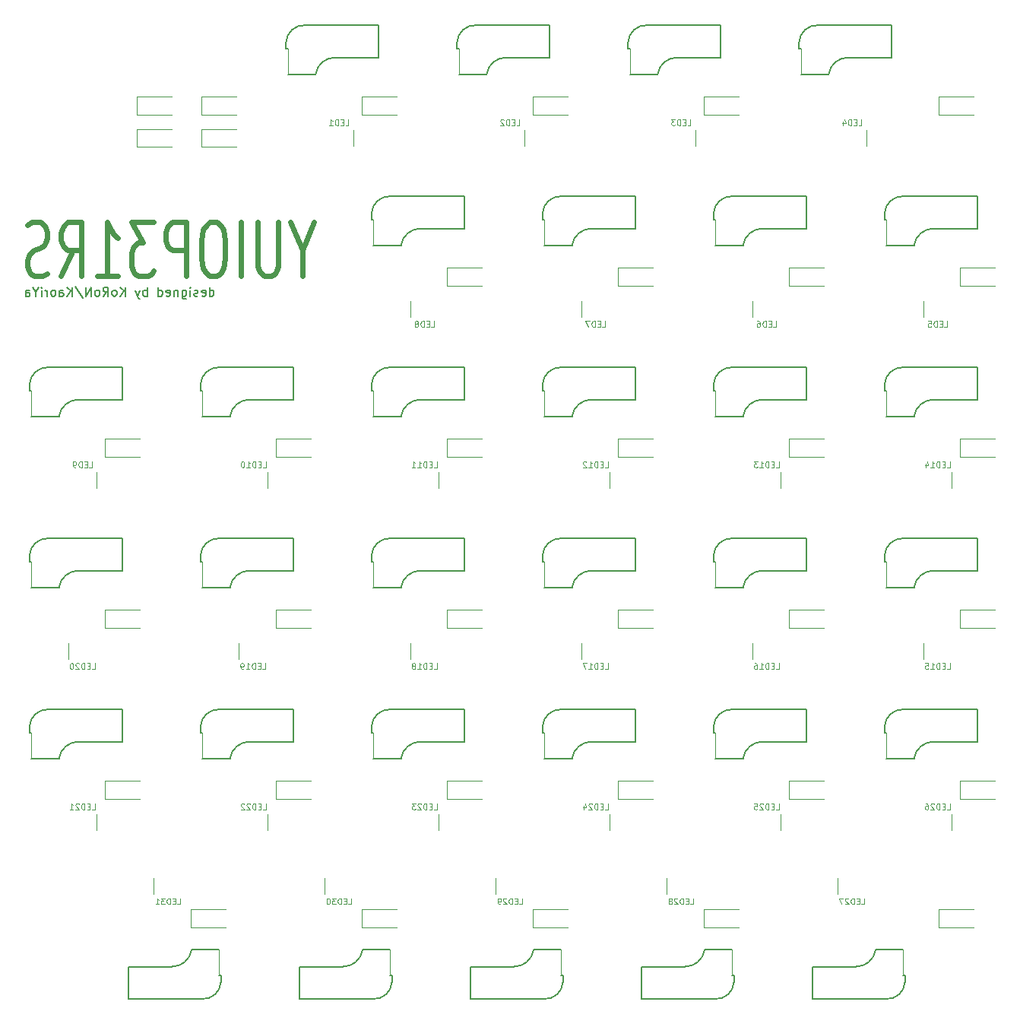
<source format=gbr>
%TF.GenerationSoftware,KiCad,Pcbnew,(5.1.9)-1*%
%TF.CreationDate,2021-05-21T21:09:54+09:00*%
%TF.ProjectId,yuiop31rs,7975696f-7033-4317-9273-2e6b69636164,1*%
%TF.SameCoordinates,Original*%
%TF.FileFunction,Legend,Bot*%
%TF.FilePolarity,Positive*%
%FSLAX46Y46*%
G04 Gerber Fmt 4.6, Leading zero omitted, Abs format (unit mm)*
G04 Created by KiCad (PCBNEW (5.1.9)-1) date 2021-05-21 21:09:54*
%MOMM*%
%LPD*%
G01*
G04 APERTURE LIST*
%ADD10C,0.150000*%
%ADD11C,0.600000*%
%ADD12C,0.120000*%
%ADD13C,0.100000*%
G04 APERTURE END LIST*
D10*
X116523809Y-75952380D02*
X116523809Y-74952380D01*
X116523809Y-75904761D02*
X116619047Y-75952380D01*
X116809523Y-75952380D01*
X116904761Y-75904761D01*
X116952380Y-75857142D01*
X117000000Y-75761904D01*
X117000000Y-75476190D01*
X116952380Y-75380952D01*
X116904761Y-75333333D01*
X116809523Y-75285714D01*
X116619047Y-75285714D01*
X116523809Y-75333333D01*
X115666666Y-75904761D02*
X115761904Y-75952380D01*
X115952380Y-75952380D01*
X116047619Y-75904761D01*
X116095238Y-75809523D01*
X116095238Y-75428571D01*
X116047619Y-75333333D01*
X115952380Y-75285714D01*
X115761904Y-75285714D01*
X115666666Y-75333333D01*
X115619047Y-75428571D01*
X115619047Y-75523809D01*
X116095238Y-75619047D01*
X115238095Y-75904761D02*
X115142857Y-75952380D01*
X114952380Y-75952380D01*
X114857142Y-75904761D01*
X114809523Y-75809523D01*
X114809523Y-75761904D01*
X114857142Y-75666666D01*
X114952380Y-75619047D01*
X115095238Y-75619047D01*
X115190476Y-75571428D01*
X115238095Y-75476190D01*
X115238095Y-75428571D01*
X115190476Y-75333333D01*
X115095238Y-75285714D01*
X114952380Y-75285714D01*
X114857142Y-75333333D01*
X114380952Y-75952380D02*
X114380952Y-75285714D01*
X114380952Y-74952380D02*
X114428571Y-75000000D01*
X114380952Y-75047619D01*
X114333333Y-75000000D01*
X114380952Y-74952380D01*
X114380952Y-75047619D01*
X113476190Y-75285714D02*
X113476190Y-76095238D01*
X113523809Y-76190476D01*
X113571428Y-76238095D01*
X113666666Y-76285714D01*
X113809523Y-76285714D01*
X113904761Y-76238095D01*
X113476190Y-75904761D02*
X113571428Y-75952380D01*
X113761904Y-75952380D01*
X113857142Y-75904761D01*
X113904761Y-75857142D01*
X113952380Y-75761904D01*
X113952380Y-75476190D01*
X113904761Y-75380952D01*
X113857142Y-75333333D01*
X113761904Y-75285714D01*
X113571428Y-75285714D01*
X113476190Y-75333333D01*
X113000000Y-75285714D02*
X113000000Y-75952380D01*
X113000000Y-75380952D02*
X112952380Y-75333333D01*
X112857142Y-75285714D01*
X112714285Y-75285714D01*
X112619047Y-75333333D01*
X112571428Y-75428571D01*
X112571428Y-75952380D01*
X111714285Y-75904761D02*
X111809523Y-75952380D01*
X112000000Y-75952380D01*
X112095238Y-75904761D01*
X112142857Y-75809523D01*
X112142857Y-75428571D01*
X112095238Y-75333333D01*
X112000000Y-75285714D01*
X111809523Y-75285714D01*
X111714285Y-75333333D01*
X111666666Y-75428571D01*
X111666666Y-75523809D01*
X112142857Y-75619047D01*
X110809523Y-75952380D02*
X110809523Y-74952380D01*
X110809523Y-75904761D02*
X110904761Y-75952380D01*
X111095238Y-75952380D01*
X111190476Y-75904761D01*
X111238095Y-75857142D01*
X111285714Y-75761904D01*
X111285714Y-75476190D01*
X111238095Y-75380952D01*
X111190476Y-75333333D01*
X111095238Y-75285714D01*
X110904761Y-75285714D01*
X110809523Y-75333333D01*
X109571428Y-75952380D02*
X109571428Y-74952380D01*
X109571428Y-75333333D02*
X109476190Y-75285714D01*
X109285714Y-75285714D01*
X109190476Y-75333333D01*
X109142857Y-75380952D01*
X109095238Y-75476190D01*
X109095238Y-75761904D01*
X109142857Y-75857142D01*
X109190476Y-75904761D01*
X109285714Y-75952380D01*
X109476190Y-75952380D01*
X109571428Y-75904761D01*
X108761904Y-75285714D02*
X108523809Y-75952380D01*
X108285714Y-75285714D02*
X108523809Y-75952380D01*
X108619047Y-76190476D01*
X108666666Y-76238095D01*
X108761904Y-76285714D01*
X107142857Y-75952380D02*
X107142857Y-74952380D01*
X106571428Y-75952380D02*
X107000000Y-75380952D01*
X106571428Y-74952380D02*
X107142857Y-75523809D01*
X106000000Y-75952380D02*
X106095238Y-75904761D01*
X106142857Y-75857142D01*
X106190476Y-75761904D01*
X106190476Y-75476190D01*
X106142857Y-75380952D01*
X106095238Y-75333333D01*
X106000000Y-75285714D01*
X105857142Y-75285714D01*
X105761904Y-75333333D01*
X105714285Y-75380952D01*
X105666666Y-75476190D01*
X105666666Y-75761904D01*
X105714285Y-75857142D01*
X105761904Y-75904761D01*
X105857142Y-75952380D01*
X106000000Y-75952380D01*
X104666666Y-75952380D02*
X105000000Y-75476190D01*
X105238095Y-75952380D02*
X105238095Y-74952380D01*
X104857142Y-74952380D01*
X104761904Y-75000000D01*
X104714285Y-75047619D01*
X104666666Y-75142857D01*
X104666666Y-75285714D01*
X104714285Y-75380952D01*
X104761904Y-75428571D01*
X104857142Y-75476190D01*
X105238095Y-75476190D01*
X104095238Y-75952380D02*
X104190476Y-75904761D01*
X104238095Y-75857142D01*
X104285714Y-75761904D01*
X104285714Y-75476190D01*
X104238095Y-75380952D01*
X104190476Y-75333333D01*
X104095238Y-75285714D01*
X103952380Y-75285714D01*
X103857142Y-75333333D01*
X103809523Y-75380952D01*
X103761904Y-75476190D01*
X103761904Y-75761904D01*
X103809523Y-75857142D01*
X103857142Y-75904761D01*
X103952380Y-75952380D01*
X104095238Y-75952380D01*
X103333333Y-75952380D02*
X103333333Y-74952380D01*
X102761904Y-75952380D01*
X102761904Y-74952380D01*
X101571428Y-74904761D02*
X102428571Y-76190476D01*
X101238095Y-75952380D02*
X101238095Y-74952380D01*
X100666666Y-75952380D02*
X101095238Y-75380952D01*
X100666666Y-74952380D02*
X101238095Y-75523809D01*
X99809523Y-75952380D02*
X99809523Y-75428571D01*
X99857142Y-75333333D01*
X99952380Y-75285714D01*
X100142857Y-75285714D01*
X100238095Y-75333333D01*
X99809523Y-75904761D02*
X99904761Y-75952380D01*
X100142857Y-75952380D01*
X100238095Y-75904761D01*
X100285714Y-75809523D01*
X100285714Y-75714285D01*
X100238095Y-75619047D01*
X100142857Y-75571428D01*
X99904761Y-75571428D01*
X99809523Y-75523809D01*
X99190476Y-75952380D02*
X99285714Y-75904761D01*
X99333333Y-75857142D01*
X99380952Y-75761904D01*
X99380952Y-75476190D01*
X99333333Y-75380952D01*
X99285714Y-75333333D01*
X99190476Y-75285714D01*
X99047619Y-75285714D01*
X98952380Y-75333333D01*
X98904761Y-75380952D01*
X98857142Y-75476190D01*
X98857142Y-75761904D01*
X98904761Y-75857142D01*
X98952380Y-75904761D01*
X99047619Y-75952380D01*
X99190476Y-75952380D01*
X98428571Y-75952380D02*
X98428571Y-75285714D01*
X98428571Y-75476190D02*
X98380952Y-75380952D01*
X98333333Y-75333333D01*
X98238095Y-75285714D01*
X98142857Y-75285714D01*
X97809523Y-75952380D02*
X97809523Y-75285714D01*
X97809523Y-74952380D02*
X97857142Y-75000000D01*
X97809523Y-75047619D01*
X97761904Y-75000000D01*
X97809523Y-74952380D01*
X97809523Y-75047619D01*
X97142857Y-75476190D02*
X97142857Y-75952380D01*
X97476190Y-74952380D02*
X97142857Y-75476190D01*
X96809523Y-74952380D01*
X96047619Y-75952380D02*
X96047619Y-75428571D01*
X96095238Y-75333333D01*
X96190476Y-75285714D01*
X96380952Y-75285714D01*
X96476190Y-75333333D01*
X96047619Y-75904761D02*
X96142857Y-75952380D01*
X96380952Y-75952380D01*
X96476190Y-75904761D01*
X96523809Y-75809523D01*
X96523809Y-75714285D01*
X96476190Y-75619047D01*
X96380952Y-75571428D01*
X96142857Y-75571428D01*
X96047619Y-75523809D01*
D11*
X126857142Y-70857142D02*
X126857142Y-73714285D01*
X128190476Y-67714285D02*
X126857142Y-70857142D01*
X125523809Y-67714285D01*
X124190476Y-67714285D02*
X124190476Y-72571428D01*
X124000000Y-73142857D01*
X123809523Y-73428571D01*
X123428571Y-73714285D01*
X122666666Y-73714285D01*
X122285714Y-73428571D01*
X122095238Y-73142857D01*
X121904761Y-72571428D01*
X121904761Y-67714285D01*
X120000000Y-73714285D02*
X120000000Y-67714285D01*
X117333333Y-67714285D02*
X116571428Y-67714285D01*
X116190476Y-68000000D01*
X115809523Y-68571428D01*
X115619047Y-69714285D01*
X115619047Y-71714285D01*
X115809523Y-72857142D01*
X116190476Y-73428571D01*
X116571428Y-73714285D01*
X117333333Y-73714285D01*
X117714285Y-73428571D01*
X118095238Y-72857142D01*
X118285714Y-71714285D01*
X118285714Y-69714285D01*
X118095238Y-68571428D01*
X117714285Y-68000000D01*
X117333333Y-67714285D01*
X113904761Y-73714285D02*
X113904761Y-67714285D01*
X112380952Y-67714285D01*
X112000000Y-68000000D01*
X111809523Y-68285714D01*
X111619047Y-68857142D01*
X111619047Y-69714285D01*
X111809523Y-70285714D01*
X112000000Y-70571428D01*
X112380952Y-70857142D01*
X113904761Y-70857142D01*
X110285714Y-67714285D02*
X107809523Y-67714285D01*
X109142857Y-70000000D01*
X108571428Y-70000000D01*
X108190476Y-70285714D01*
X108000000Y-70571428D01*
X107809523Y-71142857D01*
X107809523Y-72571428D01*
X108000000Y-73142857D01*
X108190476Y-73428571D01*
X108571428Y-73714285D01*
X109714285Y-73714285D01*
X110095238Y-73428571D01*
X110285714Y-73142857D01*
X104000000Y-73714285D02*
X106285714Y-73714285D01*
X105142857Y-73714285D02*
X105142857Y-67714285D01*
X105523809Y-68571428D01*
X105904761Y-69142857D01*
X106285714Y-69428571D01*
X100000000Y-73714285D02*
X101333333Y-70857142D01*
X102285714Y-73714285D02*
X102285714Y-67714285D01*
X100761904Y-67714285D01*
X100380952Y-68000000D01*
X100190476Y-68285714D01*
X100000000Y-68857142D01*
X100000000Y-69714285D01*
X100190476Y-70285714D01*
X100380952Y-70571428D01*
X100761904Y-70857142D01*
X102285714Y-70857142D01*
X98476190Y-73428571D02*
X97904761Y-73714285D01*
X96952380Y-73714285D01*
X96571428Y-73428571D01*
X96380952Y-73142857D01*
X96190476Y-72571428D01*
X96190476Y-72000000D01*
X96380952Y-71428571D01*
X96571428Y-71142857D01*
X96952380Y-70857142D01*
X97714285Y-70571428D01*
X98095238Y-70285714D01*
X98285714Y-70000000D01*
X98476190Y-69428571D01*
X98476190Y-68857142D01*
X98285714Y-68285714D01*
X98095238Y-68000000D01*
X97714285Y-67714285D01*
X96761904Y-67714285D01*
X96190476Y-68000000D01*
D12*
%TO.C,LED9*%
X103975000Y-97328100D02*
X103975000Y-95528100D01*
%TO.C,LED31*%
X110300000Y-140772000D02*
X110300000Y-142572000D01*
%TO.C,LED30*%
X129350000Y-140772000D02*
X129350000Y-142572000D01*
%TO.C,LED29*%
X148400000Y-140772000D02*
X148400000Y-142572000D01*
%TO.C,LED28*%
X167450000Y-140772000D02*
X167450000Y-142572000D01*
%TO.C,LED27*%
X186500000Y-140772000D02*
X186500000Y-142572000D01*
%TO.C,LED26*%
X199225000Y-135428000D02*
X199225000Y-133628000D01*
%TO.C,LED25*%
X180175000Y-135428000D02*
X180175000Y-133628000D01*
%TO.C,LED24*%
X161125000Y-135428000D02*
X161125000Y-133628000D01*
%TO.C,LED23*%
X142075000Y-135428000D02*
X142075000Y-133628000D01*
%TO.C,LED22*%
X123025000Y-135428000D02*
X123025000Y-133628000D01*
%TO.C,LED21*%
X103975000Y-135428000D02*
X103975000Y-133628000D01*
%TO.C,LED20*%
X100775000Y-114578000D02*
X100775000Y-116378000D01*
%TO.C,LED19*%
X119769000Y-114578000D02*
X119769000Y-116378000D01*
%TO.C,LED18*%
X138875000Y-114578000D02*
X138875000Y-116378000D01*
%TO.C,LED17*%
X157925000Y-114578000D02*
X157925000Y-116378000D01*
%TO.C,LED16*%
X176975000Y-114578000D02*
X176975000Y-116378000D01*
%TO.C,LED15*%
X196025000Y-114578000D02*
X196025000Y-116378000D01*
%TO.C,LED14*%
X199225000Y-97328100D02*
X199225000Y-95528100D01*
%TO.C,LED13*%
X180175000Y-97328100D02*
X180175000Y-95528100D01*
%TO.C,LED12*%
X161125000Y-97328100D02*
X161125000Y-95528100D01*
%TO.C,LED11*%
X142075000Y-97328100D02*
X142075000Y-95528100D01*
%TO.C,LED10*%
X123025000Y-97328100D02*
X123025000Y-95528100D01*
%TO.C,LED8*%
X138875000Y-76478000D02*
X138875000Y-78278000D01*
%TO.C,LED7*%
X157925000Y-76478000D02*
X157925000Y-78278000D01*
%TO.C,LED6*%
X176975000Y-76478000D02*
X176975000Y-78278000D01*
%TO.C,LED5*%
X196025000Y-76478000D02*
X196025000Y-78278000D01*
%TO.C,LED4*%
X189700000Y-59227900D02*
X189700000Y-57427900D01*
%TO.C,LED3*%
X170650000Y-59227900D02*
X170650000Y-57427900D01*
%TO.C,LED2*%
X151600000Y-59227900D02*
X151600000Y-57427900D01*
%TO.C,LED1*%
X132550000Y-59227900D02*
X132550000Y-57427900D01*
%TO.C,D35*%
X115603000Y-59327900D02*
X119503000Y-59327900D01*
X115603000Y-57327900D02*
X119503000Y-57327900D01*
X115603000Y-59327900D02*
X115603000Y-57327900D01*
%TO.C,D34*%
X115603000Y-55756100D02*
X119503000Y-55756100D01*
X115603000Y-53756100D02*
X119503000Y-53756100D01*
X115603000Y-55756100D02*
X115603000Y-53756100D01*
%TO.C,D33*%
X108459000Y-59327900D02*
X112359000Y-59327900D01*
X108459000Y-57327900D02*
X112359000Y-57327900D01*
X108459000Y-59327900D02*
X108459000Y-57327900D01*
%TO.C,D32*%
X108459000Y-55756100D02*
X112359000Y-55756100D01*
X108459000Y-53756100D02*
X112359000Y-53756100D01*
X108459000Y-55756100D02*
X108459000Y-53756100D01*
D10*
%TO.C,SW31*%
X194000000Y-151575000D02*
X193800000Y-151575000D01*
X183700000Y-150625000D02*
X183700000Y-154225000D01*
X194000000Y-152325000D02*
X194000000Y-151575000D01*
X183700000Y-154225000D02*
X191900001Y-154225000D01*
X193800000Y-148725000D02*
X190720000Y-148725000D01*
X188500000Y-150625000D02*
X183700000Y-150625000D01*
D12*
X193800000Y-151575000D02*
X193800000Y-148725000D01*
D10*
X190716318Y-148746471D02*
G75*
G02*
X188500000Y-150625000I-2151318J291471D01*
G01*
X194000000Y-152324999D02*
G75*
G02*
X191900001Y-154225000I-2000000J99999D01*
G01*
%TO.C,SW30*%
X174950000Y-151575000D02*
X174750000Y-151575000D01*
X164650000Y-150625000D02*
X164650000Y-154225000D01*
X174950000Y-152325000D02*
X174950000Y-151575000D01*
X164650000Y-154225000D02*
X172850001Y-154225000D01*
X174750000Y-148725000D02*
X171670000Y-148725000D01*
X169450000Y-150625000D02*
X164650000Y-150625000D01*
D12*
X174750000Y-151575000D02*
X174750000Y-148725000D01*
D10*
X171666318Y-148746471D02*
G75*
G02*
X169450000Y-150625000I-2151318J291471D01*
G01*
X174950000Y-152324999D02*
G75*
G02*
X172850001Y-154225000I-2000000J99999D01*
G01*
%TO.C,SW29*%
X155900000Y-151575000D02*
X155700000Y-151575000D01*
X145600000Y-150625000D02*
X145600000Y-154225000D01*
X155900000Y-152325000D02*
X155900000Y-151575000D01*
X145600000Y-154225000D02*
X153800001Y-154225000D01*
X155700000Y-148725000D02*
X152620000Y-148725000D01*
X150400000Y-150625000D02*
X145600000Y-150625000D01*
D12*
X155700000Y-151575000D02*
X155700000Y-148725000D01*
D10*
X152616318Y-148746471D02*
G75*
G02*
X150400000Y-150625000I-2151318J291471D01*
G01*
X155900000Y-152324999D02*
G75*
G02*
X153800001Y-154225000I-2000000J99999D01*
G01*
%TO.C,SW28*%
X136850000Y-151575000D02*
X136650000Y-151575000D01*
X126550000Y-150625000D02*
X126550000Y-154225000D01*
X136850000Y-152325000D02*
X136850000Y-151575000D01*
X126550000Y-154225000D02*
X134750001Y-154225000D01*
X136650000Y-148725000D02*
X133570000Y-148725000D01*
X131350000Y-150625000D02*
X126550000Y-150625000D01*
D12*
X136650000Y-151575000D02*
X136650000Y-148725000D01*
D10*
X133566318Y-148746471D02*
G75*
G02*
X131350000Y-150625000I-2151318J291471D01*
G01*
X136850000Y-152324999D02*
G75*
G02*
X134750001Y-154225000I-2000000J99999D01*
G01*
%TO.C,SW27*%
X117800000Y-151575000D02*
X117600000Y-151575000D01*
X107500000Y-150625000D02*
X107500000Y-154225000D01*
X117800000Y-152325000D02*
X117800000Y-151575000D01*
X107500000Y-154225000D02*
X115700001Y-154225000D01*
X117600000Y-148725000D02*
X114520000Y-148725000D01*
X112300000Y-150625000D02*
X107500000Y-150625000D01*
D12*
X117600000Y-151575000D02*
X117600000Y-148725000D01*
D10*
X114516318Y-148746471D02*
G75*
G02*
X112300000Y-150625000I-2151318J291471D01*
G01*
X117800000Y-152324999D02*
G75*
G02*
X115700001Y-154225000I-2000000J99999D01*
G01*
%TO.C,SW26*%
X191725000Y-124625000D02*
X191925000Y-124625000D01*
X202025000Y-125575000D02*
X202025000Y-121975000D01*
X191725000Y-123875000D02*
X191725000Y-124625000D01*
X202025000Y-121975000D02*
X193824999Y-121975000D01*
X191925000Y-127475000D02*
X195005000Y-127475000D01*
X197225000Y-125575000D02*
X202025000Y-125575000D01*
D12*
X191925000Y-124625000D02*
X191925000Y-127475000D01*
D10*
X195008682Y-127453529D02*
G75*
G02*
X197225000Y-125575000I2151318J-291471D01*
G01*
X191725000Y-123875001D02*
G75*
G02*
X193824999Y-121975000I2000000J-99999D01*
G01*
%TO.C,SW25*%
X172675000Y-124625000D02*
X172875000Y-124625000D01*
X182975000Y-125575000D02*
X182975000Y-121975000D01*
X172675000Y-123875000D02*
X172675000Y-124625000D01*
X182975000Y-121975000D02*
X174774999Y-121975000D01*
X172875000Y-127475000D02*
X175955000Y-127475000D01*
X178175000Y-125575000D02*
X182975000Y-125575000D01*
D12*
X172875000Y-124625000D02*
X172875000Y-127475000D01*
D10*
X175958682Y-127453529D02*
G75*
G02*
X178175000Y-125575000I2151318J-291471D01*
G01*
X172675000Y-123875001D02*
G75*
G02*
X174774999Y-121975000I2000000J-99999D01*
G01*
%TO.C,SW24*%
X153625000Y-124625000D02*
X153825000Y-124625000D01*
X163925000Y-125575000D02*
X163925000Y-121975000D01*
X153625000Y-123875000D02*
X153625000Y-124625000D01*
X163925000Y-121975000D02*
X155724999Y-121975000D01*
X153825000Y-127475000D02*
X156905000Y-127475000D01*
X159125000Y-125575000D02*
X163925000Y-125575000D01*
D12*
X153825000Y-124625000D02*
X153825000Y-127475000D01*
D10*
X156908682Y-127453529D02*
G75*
G02*
X159125000Y-125575000I2151318J-291471D01*
G01*
X153625000Y-123875001D02*
G75*
G02*
X155724999Y-121975000I2000000J-99999D01*
G01*
%TO.C,SW23*%
X134575000Y-124625000D02*
X134775000Y-124625000D01*
X144875000Y-125575000D02*
X144875000Y-121975000D01*
X134575000Y-123875000D02*
X134575000Y-124625000D01*
X144875000Y-121975000D02*
X136674999Y-121975000D01*
X134775000Y-127475000D02*
X137855000Y-127475000D01*
X140075000Y-125575000D02*
X144875000Y-125575000D01*
D12*
X134775000Y-124625000D02*
X134775000Y-127475000D01*
D10*
X137858682Y-127453529D02*
G75*
G02*
X140075000Y-125575000I2151318J-291471D01*
G01*
X134575000Y-123875001D02*
G75*
G02*
X136674999Y-121975000I2000000J-99999D01*
G01*
%TO.C,SW22*%
X115525000Y-124625000D02*
X115725000Y-124625000D01*
X125825000Y-125575000D02*
X125825000Y-121975000D01*
X115525000Y-123875000D02*
X115525000Y-124625000D01*
X125825000Y-121975000D02*
X117624999Y-121975000D01*
X115725000Y-127475000D02*
X118805000Y-127475000D01*
X121025000Y-125575000D02*
X125825000Y-125575000D01*
D12*
X115725000Y-124625000D02*
X115725000Y-127475000D01*
D10*
X118808682Y-127453529D02*
G75*
G02*
X121025000Y-125575000I2151318J-291471D01*
G01*
X115525000Y-123875001D02*
G75*
G02*
X117624999Y-121975000I2000000J-99999D01*
G01*
%TO.C,SW21*%
X96475000Y-124625000D02*
X96675000Y-124625000D01*
X106775000Y-125575000D02*
X106775000Y-121975000D01*
X96475000Y-123875000D02*
X96475000Y-124625000D01*
X106775000Y-121975000D02*
X98574999Y-121975000D01*
X96675000Y-127475000D02*
X99755000Y-127475000D01*
X101975000Y-125575000D02*
X106775000Y-125575000D01*
D12*
X96675000Y-124625000D02*
X96675000Y-127475000D01*
D10*
X99758682Y-127453529D02*
G75*
G02*
X101975000Y-125575000I2151318J-291471D01*
G01*
X96475000Y-123875001D02*
G75*
G02*
X98574999Y-121975000I2000000J-99999D01*
G01*
%TO.C,SW20*%
X191725000Y-105575000D02*
X191925000Y-105575000D01*
X202025000Y-106525000D02*
X202025000Y-102925000D01*
X191725000Y-104825000D02*
X191725000Y-105575000D01*
X202025000Y-102925000D02*
X193824999Y-102925000D01*
X191925000Y-108425000D02*
X195005000Y-108425000D01*
X197225000Y-106525000D02*
X202025000Y-106525000D01*
D12*
X191925000Y-105575000D02*
X191925000Y-108425000D01*
D10*
X195008682Y-108403529D02*
G75*
G02*
X197225000Y-106525000I2151318J-291471D01*
G01*
X191725000Y-104825001D02*
G75*
G02*
X193824999Y-102925000I2000000J-99999D01*
G01*
%TO.C,SW19*%
X172675000Y-105575000D02*
X172875000Y-105575000D01*
X182975000Y-106525000D02*
X182975000Y-102925000D01*
X172675000Y-104825000D02*
X172675000Y-105575000D01*
X182975000Y-102925000D02*
X174774999Y-102925000D01*
X172875000Y-108425000D02*
X175955000Y-108425000D01*
X178175000Y-106525000D02*
X182975000Y-106525000D01*
D12*
X172875000Y-105575000D02*
X172875000Y-108425000D01*
D10*
X175958682Y-108403529D02*
G75*
G02*
X178175000Y-106525000I2151318J-291471D01*
G01*
X172675000Y-104825001D02*
G75*
G02*
X174774999Y-102925000I2000000J-99999D01*
G01*
%TO.C,SW18*%
X153625000Y-105575000D02*
X153825000Y-105575000D01*
X163925000Y-106525000D02*
X163925000Y-102925000D01*
X153625000Y-104825000D02*
X153625000Y-105575000D01*
X163925000Y-102925000D02*
X155724999Y-102925000D01*
X153825000Y-108425000D02*
X156905000Y-108425000D01*
X159125000Y-106525000D02*
X163925000Y-106525000D01*
D12*
X153825000Y-105575000D02*
X153825000Y-108425000D01*
D10*
X156908682Y-108403529D02*
G75*
G02*
X159125000Y-106525000I2151318J-291471D01*
G01*
X153625000Y-104825001D02*
G75*
G02*
X155724999Y-102925000I2000000J-99999D01*
G01*
%TO.C,SW17*%
X134575000Y-105575000D02*
X134775000Y-105575000D01*
X144875000Y-106525000D02*
X144875000Y-102925000D01*
X134575000Y-104825000D02*
X134575000Y-105575000D01*
X144875000Y-102925000D02*
X136674999Y-102925000D01*
X134775000Y-108425000D02*
X137855000Y-108425000D01*
X140075000Y-106525000D02*
X144875000Y-106525000D01*
D12*
X134775000Y-105575000D02*
X134775000Y-108425000D01*
D10*
X137858682Y-108403529D02*
G75*
G02*
X140075000Y-106525000I2151318J-291471D01*
G01*
X134575000Y-104825001D02*
G75*
G02*
X136674999Y-102925000I2000000J-99999D01*
G01*
%TO.C,SW16*%
X115525000Y-105575000D02*
X115725000Y-105575000D01*
X125825000Y-106525000D02*
X125825000Y-102925000D01*
X115525000Y-104825000D02*
X115525000Y-105575000D01*
X125825000Y-102925000D02*
X117624999Y-102925000D01*
X115725000Y-108425000D02*
X118805000Y-108425000D01*
X121025000Y-106525000D02*
X125825000Y-106525000D01*
D12*
X115725000Y-105575000D02*
X115725000Y-108425000D01*
D10*
X118808682Y-108403529D02*
G75*
G02*
X121025000Y-106525000I2151318J-291471D01*
G01*
X115525000Y-104825001D02*
G75*
G02*
X117624999Y-102925000I2000000J-99999D01*
G01*
%TO.C,SW15*%
X96475000Y-105575000D02*
X96675000Y-105575000D01*
X106775000Y-106525000D02*
X106775000Y-102925000D01*
X96475000Y-104825000D02*
X96475000Y-105575000D01*
X106775000Y-102925000D02*
X98574999Y-102925000D01*
X96675000Y-108425000D02*
X99755000Y-108425000D01*
X101975000Y-106525000D02*
X106775000Y-106525000D01*
D12*
X96675000Y-105575000D02*
X96675000Y-108425000D01*
D10*
X99758682Y-108403529D02*
G75*
G02*
X101975000Y-106525000I2151318J-291471D01*
G01*
X96475000Y-104825001D02*
G75*
G02*
X98574999Y-102925000I2000000J-99999D01*
G01*
%TO.C,SW14*%
X191725000Y-86525000D02*
X191925000Y-86525000D01*
X202025000Y-87475000D02*
X202025000Y-83875000D01*
X191725000Y-85775000D02*
X191725000Y-86525000D01*
X202025000Y-83875000D02*
X193824999Y-83875000D01*
X191925000Y-89375000D02*
X195005000Y-89375000D01*
X197225000Y-87475000D02*
X202025000Y-87475000D01*
D12*
X191925000Y-86525000D02*
X191925000Y-89375000D01*
D10*
X195008682Y-89353529D02*
G75*
G02*
X197225000Y-87475000I2151318J-291471D01*
G01*
X191725000Y-85775001D02*
G75*
G02*
X193824999Y-83875000I2000000J-99999D01*
G01*
%TO.C,SW13*%
X172675000Y-86525000D02*
X172875000Y-86525000D01*
X182975000Y-87475000D02*
X182975000Y-83875000D01*
X172675000Y-85775000D02*
X172675000Y-86525000D01*
X182975000Y-83875000D02*
X174774999Y-83875000D01*
X172875000Y-89375000D02*
X175955000Y-89375000D01*
X178175000Y-87475000D02*
X182975000Y-87475000D01*
D12*
X172875000Y-86525000D02*
X172875000Y-89375000D01*
D10*
X175958682Y-89353529D02*
G75*
G02*
X178175000Y-87475000I2151318J-291471D01*
G01*
X172675000Y-85775001D02*
G75*
G02*
X174774999Y-83875000I2000000J-99999D01*
G01*
%TO.C,SW12*%
X153625000Y-86525000D02*
X153825000Y-86525000D01*
X163925000Y-87475000D02*
X163925000Y-83875000D01*
X153625000Y-85775000D02*
X153625000Y-86525000D01*
X163925000Y-83875000D02*
X155724999Y-83875000D01*
X153825000Y-89375000D02*
X156905000Y-89375000D01*
X159125000Y-87475000D02*
X163925000Y-87475000D01*
D12*
X153825000Y-86525000D02*
X153825000Y-89375000D01*
D10*
X156908682Y-89353529D02*
G75*
G02*
X159125000Y-87475000I2151318J-291471D01*
G01*
X153625000Y-85775001D02*
G75*
G02*
X155724999Y-83875000I2000000J-99999D01*
G01*
%TO.C,SW11*%
X134575000Y-86525000D02*
X134775000Y-86525000D01*
X144875000Y-87475000D02*
X144875000Y-83875000D01*
X134575000Y-85775000D02*
X134575000Y-86525000D01*
X144875000Y-83875000D02*
X136674999Y-83875000D01*
X134775000Y-89375000D02*
X137855000Y-89375000D01*
X140075000Y-87475000D02*
X144875000Y-87475000D01*
D12*
X134775000Y-86525000D02*
X134775000Y-89375000D01*
D10*
X137858682Y-89353529D02*
G75*
G02*
X140075000Y-87475000I2151318J-291471D01*
G01*
X134575000Y-85775001D02*
G75*
G02*
X136674999Y-83875000I2000000J-99999D01*
G01*
%TO.C,SW10*%
X115525000Y-86525000D02*
X115725000Y-86525000D01*
X125825000Y-87475000D02*
X125825000Y-83875000D01*
X115525000Y-85775000D02*
X115525000Y-86525000D01*
X125825000Y-83875000D02*
X117624999Y-83875000D01*
X115725000Y-89375000D02*
X118805000Y-89375000D01*
X121025000Y-87475000D02*
X125825000Y-87475000D01*
D12*
X115725000Y-86525000D02*
X115725000Y-89375000D01*
D10*
X118808682Y-89353529D02*
G75*
G02*
X121025000Y-87475000I2151318J-291471D01*
G01*
X115525000Y-85775001D02*
G75*
G02*
X117624999Y-83875000I2000000J-99999D01*
G01*
%TO.C,SW9*%
X96475000Y-86525000D02*
X96675000Y-86525000D01*
X106775000Y-87475000D02*
X106775000Y-83875000D01*
X96475000Y-85775000D02*
X96475000Y-86525000D01*
X106775000Y-83875000D02*
X98574999Y-83875000D01*
X96675000Y-89375000D02*
X99755000Y-89375000D01*
X101975000Y-87475000D02*
X106775000Y-87475000D01*
D12*
X96675000Y-86525000D02*
X96675000Y-89375000D01*
D10*
X99758682Y-89353529D02*
G75*
G02*
X101975000Y-87475000I2151318J-291471D01*
G01*
X96475000Y-85775001D02*
G75*
G02*
X98574999Y-83875000I2000000J-99999D01*
G01*
%TO.C,SW8*%
X191725000Y-67474900D02*
X191925000Y-67474900D01*
X202025000Y-68424900D02*
X202025000Y-64824900D01*
X191725000Y-66724900D02*
X191725000Y-67474900D01*
X202025000Y-64824900D02*
X193824999Y-64824900D01*
X191925000Y-70324900D02*
X195005000Y-70324900D01*
X197225000Y-68424900D02*
X202025000Y-68424900D01*
D12*
X191925000Y-67474900D02*
X191925000Y-70324900D01*
D10*
X195008682Y-70303429D02*
G75*
G02*
X197225000Y-68424900I2151318J-291471D01*
G01*
X191725000Y-66724901D02*
G75*
G02*
X193824999Y-64824900I2000000J-99999D01*
G01*
%TO.C,SW7*%
X172675000Y-67474900D02*
X172875000Y-67474900D01*
X182975000Y-68424900D02*
X182975000Y-64824900D01*
X172675000Y-66724900D02*
X172675000Y-67474900D01*
X182975000Y-64824900D02*
X174774999Y-64824900D01*
X172875000Y-70324900D02*
X175955000Y-70324900D01*
X178175000Y-68424900D02*
X182975000Y-68424900D01*
D12*
X172875000Y-67474900D02*
X172875000Y-70324900D01*
D10*
X175958682Y-70303429D02*
G75*
G02*
X178175000Y-68424900I2151318J-291471D01*
G01*
X172675000Y-66724901D02*
G75*
G02*
X174774999Y-64824900I2000000J-99999D01*
G01*
%TO.C,SW6*%
X153625000Y-67474900D02*
X153825000Y-67474900D01*
X163925000Y-68424900D02*
X163925000Y-64824900D01*
X153625000Y-66724900D02*
X153625000Y-67474900D01*
X163925000Y-64824900D02*
X155724999Y-64824900D01*
X153825000Y-70324900D02*
X156905000Y-70324900D01*
X159125000Y-68424900D02*
X163925000Y-68424900D01*
D12*
X153825000Y-67474900D02*
X153825000Y-70324900D01*
D10*
X156908682Y-70303429D02*
G75*
G02*
X159125000Y-68424900I2151318J-291471D01*
G01*
X153625000Y-66724901D02*
G75*
G02*
X155724999Y-64824900I2000000J-99999D01*
G01*
%TO.C,SW5*%
X134575000Y-67474900D02*
X134775000Y-67474900D01*
X144875000Y-68424900D02*
X144875000Y-64824900D01*
X134575000Y-66724900D02*
X134575000Y-67474900D01*
X144875000Y-64824900D02*
X136674999Y-64824900D01*
X134775000Y-70324900D02*
X137855000Y-70324900D01*
X140075000Y-68424900D02*
X144875000Y-68424900D01*
D12*
X134775000Y-67474900D02*
X134775000Y-70324900D01*
D10*
X137858682Y-70303429D02*
G75*
G02*
X140075000Y-68424900I2151318J-291471D01*
G01*
X134575000Y-66724901D02*
G75*
G02*
X136674999Y-64824900I2000000J-99999D01*
G01*
%TO.C,SW4*%
X182200000Y-48424800D02*
X182400000Y-48424800D01*
X192500000Y-49374800D02*
X192500000Y-45774800D01*
X182200000Y-47674800D02*
X182200000Y-48424800D01*
X192500000Y-45774800D02*
X184299999Y-45774800D01*
X182400000Y-51274800D02*
X185480000Y-51274800D01*
X187700000Y-49374800D02*
X192500000Y-49374800D01*
D12*
X182400000Y-48424800D02*
X182400000Y-51274800D01*
D10*
X185483682Y-51253329D02*
G75*
G02*
X187700000Y-49374800I2151318J-291471D01*
G01*
X182200000Y-47674801D02*
G75*
G02*
X184299999Y-45774800I2000000J-99999D01*
G01*
%TO.C,SW3*%
X163150000Y-48424800D02*
X163350000Y-48424800D01*
X173450000Y-49374800D02*
X173450000Y-45774800D01*
X163150000Y-47674800D02*
X163150000Y-48424800D01*
X173450000Y-45774800D02*
X165249999Y-45774800D01*
X163350000Y-51274800D02*
X166430000Y-51274800D01*
X168650000Y-49374800D02*
X173450000Y-49374800D01*
D12*
X163350000Y-48424800D02*
X163350000Y-51274800D01*
D10*
X166433682Y-51253329D02*
G75*
G02*
X168650000Y-49374800I2151318J-291471D01*
G01*
X163150000Y-47674801D02*
G75*
G02*
X165249999Y-45774800I2000000J-99999D01*
G01*
%TO.C,SW2*%
X144100000Y-48424800D02*
X144300000Y-48424800D01*
X154400000Y-49374800D02*
X154400000Y-45774800D01*
X144100000Y-47674800D02*
X144100000Y-48424800D01*
X154400000Y-45774800D02*
X146199999Y-45774800D01*
X144300000Y-51274800D02*
X147380000Y-51274800D01*
X149600000Y-49374800D02*
X154400000Y-49374800D01*
D12*
X144300000Y-48424800D02*
X144300000Y-51274800D01*
D10*
X147383682Y-51253329D02*
G75*
G02*
X149600000Y-49374800I2151318J-291471D01*
G01*
X144100000Y-47674801D02*
G75*
G02*
X146199999Y-45774800I2000000J-99999D01*
G01*
%TO.C,SW1*%
X125050000Y-48424800D02*
X125250000Y-48424800D01*
X135350000Y-49374800D02*
X135350000Y-45774800D01*
X125050000Y-47674800D02*
X125050000Y-48424800D01*
X135350000Y-45774800D02*
X127149999Y-45774800D01*
X125250000Y-51274800D02*
X128330000Y-51274800D01*
X130550000Y-49374800D02*
X135350000Y-49374800D01*
D12*
X125250000Y-48424800D02*
X125250000Y-51274800D01*
D10*
X128333682Y-51253329D02*
G75*
G02*
X130550000Y-49374800I2151318J-291471D01*
G01*
X125050000Y-47674801D02*
G75*
G02*
X127149999Y-45774800I2000000J-99999D01*
G01*
D12*
%TO.C,D31*%
X197756000Y-146244000D02*
X201656000Y-146244000D01*
X197756000Y-144244000D02*
X201656000Y-144244000D01*
X197756000Y-146244000D02*
X197756000Y-144244000D01*
%TO.C,D30*%
X171563000Y-146244000D02*
X175463000Y-146244000D01*
X171563000Y-144244000D02*
X175463000Y-144244000D01*
X171563000Y-146244000D02*
X171563000Y-144244000D01*
%TO.C,D29*%
X152513000Y-146244000D02*
X156413000Y-146244000D01*
X152513000Y-144244000D02*
X156413000Y-144244000D01*
X152513000Y-146244000D02*
X152513000Y-144244000D01*
%TO.C,D28*%
X133462000Y-146244000D02*
X137362000Y-146244000D01*
X133462000Y-144244000D02*
X137362000Y-144244000D01*
X133462000Y-146244000D02*
X133462000Y-144244000D01*
%TO.C,D27*%
X114412000Y-146244000D02*
X118312000Y-146244000D01*
X114412000Y-144244000D02*
X118312000Y-144244000D01*
X114412000Y-146244000D02*
X114412000Y-144244000D01*
%TO.C,D26*%
X200138000Y-131956000D02*
X204038000Y-131956000D01*
X200138000Y-129956000D02*
X204038000Y-129956000D01*
X200138000Y-131956000D02*
X200138000Y-129956000D01*
%TO.C,D25*%
X181088000Y-131956000D02*
X184988000Y-131956000D01*
X181088000Y-129956000D02*
X184988000Y-129956000D01*
X181088000Y-131956000D02*
X181088000Y-129956000D01*
%TO.C,D24*%
X162038000Y-131956000D02*
X165938000Y-131956000D01*
X162038000Y-129956000D02*
X165938000Y-129956000D01*
X162038000Y-131956000D02*
X162038000Y-129956000D01*
%TO.C,D23*%
X142987000Y-131956000D02*
X146887000Y-131956000D01*
X142987000Y-129956000D02*
X146887000Y-129956000D01*
X142987000Y-131956000D02*
X142987000Y-129956000D01*
%TO.C,D22*%
X123937000Y-131956000D02*
X127837000Y-131956000D01*
X123937000Y-129956000D02*
X127837000Y-129956000D01*
X123937000Y-131956000D02*
X123937000Y-129956000D01*
%TO.C,D21*%
X104887000Y-131956000D02*
X108787000Y-131956000D01*
X104887000Y-129956000D02*
X108787000Y-129956000D01*
X104887000Y-131956000D02*
X104887000Y-129956000D01*
%TO.C,D20*%
X200138000Y-112906000D02*
X204038000Y-112906000D01*
X200138000Y-110906000D02*
X204038000Y-110906000D01*
X200138000Y-112906000D02*
X200138000Y-110906000D01*
%TO.C,D19*%
X181088000Y-112906000D02*
X184988000Y-112906000D01*
X181088000Y-110906000D02*
X184988000Y-110906000D01*
X181088000Y-112906000D02*
X181088000Y-110906000D01*
%TO.C,D18*%
X162038000Y-112906000D02*
X165938000Y-112906000D01*
X162038000Y-110906000D02*
X165938000Y-110906000D01*
X162038000Y-112906000D02*
X162038000Y-110906000D01*
%TO.C,D17*%
X142987000Y-112906000D02*
X146887000Y-112906000D01*
X142987000Y-110906000D02*
X146887000Y-110906000D01*
X142987000Y-112906000D02*
X142987000Y-110906000D01*
%TO.C,D16*%
X123937000Y-112906000D02*
X127837000Y-112906000D01*
X123937000Y-110906000D02*
X127837000Y-110906000D01*
X123937000Y-112906000D02*
X123937000Y-110906000D01*
%TO.C,D15*%
X104887000Y-112906000D02*
X108787000Y-112906000D01*
X104887000Y-110906000D02*
X108787000Y-110906000D01*
X104887000Y-112906000D02*
X104887000Y-110906000D01*
%TO.C,D14*%
X200138000Y-93856200D02*
X204038000Y-93856200D01*
X200138000Y-91856200D02*
X204038000Y-91856200D01*
X200138000Y-93856200D02*
X200138000Y-91856200D01*
%TO.C,D13*%
X181088000Y-93856200D02*
X184988000Y-93856200D01*
X181088000Y-91856200D02*
X184988000Y-91856200D01*
X181088000Y-93856200D02*
X181088000Y-91856200D01*
%TO.C,D12*%
X162038000Y-93856200D02*
X165938000Y-93856200D01*
X162038000Y-91856200D02*
X165938000Y-91856200D01*
X162038000Y-93856200D02*
X162038000Y-91856200D01*
%TO.C,D11*%
X142987000Y-93856200D02*
X146887000Y-93856200D01*
X142987000Y-91856200D02*
X146887000Y-91856200D01*
X142987000Y-93856200D02*
X142987000Y-91856200D01*
%TO.C,D10*%
X123937000Y-93856200D02*
X127837000Y-93856200D01*
X123937000Y-91856200D02*
X127837000Y-91856200D01*
X123937000Y-93856200D02*
X123937000Y-91856200D01*
%TO.C,D9*%
X104887000Y-93856200D02*
X108787000Y-93856200D01*
X104887000Y-91856200D02*
X108787000Y-91856200D01*
X104887000Y-93856200D02*
X104887000Y-91856200D01*
%TO.C,D8*%
X200138000Y-74806100D02*
X204038000Y-74806100D01*
X200138000Y-72806100D02*
X204038000Y-72806100D01*
X200138000Y-74806100D02*
X200138000Y-72806100D01*
%TO.C,D7*%
X181088000Y-74806100D02*
X184988000Y-74806100D01*
X181088000Y-72806100D02*
X184988000Y-72806100D01*
X181088000Y-74806100D02*
X181088000Y-72806100D01*
%TO.C,D6*%
X162038000Y-74806100D02*
X165938000Y-74806100D01*
X162038000Y-72806100D02*
X165938000Y-72806100D01*
X162038000Y-74806100D02*
X162038000Y-72806100D01*
%TO.C,D5*%
X142987000Y-74806100D02*
X146887000Y-74806100D01*
X142987000Y-72806100D02*
X146887000Y-72806100D01*
X142987000Y-74806100D02*
X142987000Y-72806100D01*
%TO.C,D4*%
X197756000Y-55756100D02*
X201656000Y-55756100D01*
X197756000Y-53756100D02*
X201656000Y-53756100D01*
X197756000Y-55756100D02*
X197756000Y-53756100D01*
%TO.C,D3*%
X171563000Y-55756100D02*
X175463000Y-55756100D01*
X171563000Y-53756100D02*
X175463000Y-53756100D01*
X171563000Y-55756100D02*
X171563000Y-53756100D01*
%TO.C,D2*%
X152513000Y-55756100D02*
X156413000Y-55756100D01*
X152513000Y-53756100D02*
X156413000Y-53756100D01*
X152513000Y-55756100D02*
X152513000Y-53756100D01*
%TO.C,D1*%
X133462000Y-55756100D02*
X137362000Y-55756100D01*
X133462000Y-53756100D02*
X137362000Y-53756100D01*
X133462000Y-55756100D02*
X133462000Y-53756100D01*
%TO.C,LED9*%
D13*
X103113571Y-95026671D02*
X103427857Y-95026671D01*
X103427857Y-94366671D01*
X102893571Y-94680957D02*
X102673571Y-94680957D01*
X102579285Y-95026671D02*
X102893571Y-95026671D01*
X102893571Y-94366671D01*
X102579285Y-94366671D01*
X102296428Y-95026671D02*
X102296428Y-94366671D01*
X102139285Y-94366671D01*
X102045000Y-94398100D01*
X101982142Y-94460957D01*
X101950714Y-94523814D01*
X101919285Y-94649528D01*
X101919285Y-94743814D01*
X101950714Y-94869528D01*
X101982142Y-94932385D01*
X102045000Y-94995242D01*
X102139285Y-95026671D01*
X102296428Y-95026671D01*
X101605000Y-95026671D02*
X101479285Y-95026671D01*
X101416428Y-94995242D01*
X101385000Y-94963814D01*
X101322142Y-94869528D01*
X101290714Y-94743814D01*
X101290714Y-94492385D01*
X101322142Y-94429528D01*
X101353571Y-94398100D01*
X101416428Y-94366671D01*
X101542142Y-94366671D01*
X101605000Y-94398100D01*
X101636428Y-94429528D01*
X101667857Y-94492385D01*
X101667857Y-94649528D01*
X101636428Y-94712385D01*
X101605000Y-94743814D01*
X101542142Y-94775242D01*
X101416428Y-94775242D01*
X101353571Y-94743814D01*
X101322142Y-94712385D01*
X101290714Y-94649528D01*
%TO.C,LED31*%
X112952857Y-143670571D02*
X113267142Y-143670571D01*
X113267142Y-143010571D01*
X112732857Y-143324857D02*
X112512857Y-143324857D01*
X112418571Y-143670571D02*
X112732857Y-143670571D01*
X112732857Y-143010571D01*
X112418571Y-143010571D01*
X112135714Y-143670571D02*
X112135714Y-143010571D01*
X111978571Y-143010571D01*
X111884285Y-143042000D01*
X111821428Y-143104857D01*
X111790000Y-143167714D01*
X111758571Y-143293428D01*
X111758571Y-143387714D01*
X111790000Y-143513428D01*
X111821428Y-143576285D01*
X111884285Y-143639142D01*
X111978571Y-143670571D01*
X112135714Y-143670571D01*
X111538571Y-143010571D02*
X111130000Y-143010571D01*
X111350000Y-143262000D01*
X111255714Y-143262000D01*
X111192857Y-143293428D01*
X111161428Y-143324857D01*
X111130000Y-143387714D01*
X111130000Y-143544857D01*
X111161428Y-143607714D01*
X111192857Y-143639142D01*
X111255714Y-143670571D01*
X111444285Y-143670571D01*
X111507142Y-143639142D01*
X111538571Y-143607714D01*
X110501428Y-143670571D02*
X110878571Y-143670571D01*
X110690000Y-143670571D02*
X110690000Y-143010571D01*
X110752857Y-143104857D01*
X110815714Y-143167714D01*
X110878571Y-143199142D01*
%TO.C,LED30*%
X132002857Y-143670571D02*
X132317142Y-143670571D01*
X132317142Y-143010571D01*
X131782857Y-143324857D02*
X131562857Y-143324857D01*
X131468571Y-143670571D02*
X131782857Y-143670571D01*
X131782857Y-143010571D01*
X131468571Y-143010571D01*
X131185714Y-143670571D02*
X131185714Y-143010571D01*
X131028571Y-143010571D01*
X130934285Y-143042000D01*
X130871428Y-143104857D01*
X130840000Y-143167714D01*
X130808571Y-143293428D01*
X130808571Y-143387714D01*
X130840000Y-143513428D01*
X130871428Y-143576285D01*
X130934285Y-143639142D01*
X131028571Y-143670571D01*
X131185714Y-143670571D01*
X130588571Y-143010571D02*
X130180000Y-143010571D01*
X130400000Y-143262000D01*
X130305714Y-143262000D01*
X130242857Y-143293428D01*
X130211428Y-143324857D01*
X130180000Y-143387714D01*
X130180000Y-143544857D01*
X130211428Y-143607714D01*
X130242857Y-143639142D01*
X130305714Y-143670571D01*
X130494285Y-143670571D01*
X130557142Y-143639142D01*
X130588571Y-143607714D01*
X129771428Y-143010571D02*
X129708571Y-143010571D01*
X129645714Y-143042000D01*
X129614285Y-143073428D01*
X129582857Y-143136285D01*
X129551428Y-143262000D01*
X129551428Y-143419142D01*
X129582857Y-143544857D01*
X129614285Y-143607714D01*
X129645714Y-143639142D01*
X129708571Y-143670571D01*
X129771428Y-143670571D01*
X129834285Y-143639142D01*
X129865714Y-143607714D01*
X129897142Y-143544857D01*
X129928571Y-143419142D01*
X129928571Y-143262000D01*
X129897142Y-143136285D01*
X129865714Y-143073428D01*
X129834285Y-143042000D01*
X129771428Y-143010571D01*
%TO.C,LED29*%
X151052857Y-143670571D02*
X151367142Y-143670571D01*
X151367142Y-143010571D01*
X150832857Y-143324857D02*
X150612857Y-143324857D01*
X150518571Y-143670571D02*
X150832857Y-143670571D01*
X150832857Y-143010571D01*
X150518571Y-143010571D01*
X150235714Y-143670571D02*
X150235714Y-143010571D01*
X150078571Y-143010571D01*
X149984285Y-143042000D01*
X149921428Y-143104857D01*
X149890000Y-143167714D01*
X149858571Y-143293428D01*
X149858571Y-143387714D01*
X149890000Y-143513428D01*
X149921428Y-143576285D01*
X149984285Y-143639142D01*
X150078571Y-143670571D01*
X150235714Y-143670571D01*
X149607142Y-143073428D02*
X149575714Y-143042000D01*
X149512857Y-143010571D01*
X149355714Y-143010571D01*
X149292857Y-143042000D01*
X149261428Y-143073428D01*
X149230000Y-143136285D01*
X149230000Y-143199142D01*
X149261428Y-143293428D01*
X149638571Y-143670571D01*
X149230000Y-143670571D01*
X148915714Y-143670571D02*
X148790000Y-143670571D01*
X148727142Y-143639142D01*
X148695714Y-143607714D01*
X148632857Y-143513428D01*
X148601428Y-143387714D01*
X148601428Y-143136285D01*
X148632857Y-143073428D01*
X148664285Y-143042000D01*
X148727142Y-143010571D01*
X148852857Y-143010571D01*
X148915714Y-143042000D01*
X148947142Y-143073428D01*
X148978571Y-143136285D01*
X148978571Y-143293428D01*
X148947142Y-143356285D01*
X148915714Y-143387714D01*
X148852857Y-143419142D01*
X148727142Y-143419142D01*
X148664285Y-143387714D01*
X148632857Y-143356285D01*
X148601428Y-143293428D01*
%TO.C,LED28*%
X170102857Y-143670571D02*
X170417142Y-143670571D01*
X170417142Y-143010571D01*
X169882857Y-143324857D02*
X169662857Y-143324857D01*
X169568571Y-143670571D02*
X169882857Y-143670571D01*
X169882857Y-143010571D01*
X169568571Y-143010571D01*
X169285714Y-143670571D02*
X169285714Y-143010571D01*
X169128571Y-143010571D01*
X169034285Y-143042000D01*
X168971428Y-143104857D01*
X168940000Y-143167714D01*
X168908571Y-143293428D01*
X168908571Y-143387714D01*
X168940000Y-143513428D01*
X168971428Y-143576285D01*
X169034285Y-143639142D01*
X169128571Y-143670571D01*
X169285714Y-143670571D01*
X168657142Y-143073428D02*
X168625714Y-143042000D01*
X168562857Y-143010571D01*
X168405714Y-143010571D01*
X168342857Y-143042000D01*
X168311428Y-143073428D01*
X168280000Y-143136285D01*
X168280000Y-143199142D01*
X168311428Y-143293428D01*
X168688571Y-143670571D01*
X168280000Y-143670571D01*
X167902857Y-143293428D02*
X167965714Y-143262000D01*
X167997142Y-143230571D01*
X168028571Y-143167714D01*
X168028571Y-143136285D01*
X167997142Y-143073428D01*
X167965714Y-143042000D01*
X167902857Y-143010571D01*
X167777142Y-143010571D01*
X167714285Y-143042000D01*
X167682857Y-143073428D01*
X167651428Y-143136285D01*
X167651428Y-143167714D01*
X167682857Y-143230571D01*
X167714285Y-143262000D01*
X167777142Y-143293428D01*
X167902857Y-143293428D01*
X167965714Y-143324857D01*
X167997142Y-143356285D01*
X168028571Y-143419142D01*
X168028571Y-143544857D01*
X167997142Y-143607714D01*
X167965714Y-143639142D01*
X167902857Y-143670571D01*
X167777142Y-143670571D01*
X167714285Y-143639142D01*
X167682857Y-143607714D01*
X167651428Y-143544857D01*
X167651428Y-143419142D01*
X167682857Y-143356285D01*
X167714285Y-143324857D01*
X167777142Y-143293428D01*
%TO.C,LED27*%
X189152857Y-143670571D02*
X189467142Y-143670571D01*
X189467142Y-143010571D01*
X188932857Y-143324857D02*
X188712857Y-143324857D01*
X188618571Y-143670571D02*
X188932857Y-143670571D01*
X188932857Y-143010571D01*
X188618571Y-143010571D01*
X188335714Y-143670571D02*
X188335714Y-143010571D01*
X188178571Y-143010571D01*
X188084285Y-143042000D01*
X188021428Y-143104857D01*
X187990000Y-143167714D01*
X187958571Y-143293428D01*
X187958571Y-143387714D01*
X187990000Y-143513428D01*
X188021428Y-143576285D01*
X188084285Y-143639142D01*
X188178571Y-143670571D01*
X188335714Y-143670571D01*
X187707142Y-143073428D02*
X187675714Y-143042000D01*
X187612857Y-143010571D01*
X187455714Y-143010571D01*
X187392857Y-143042000D01*
X187361428Y-143073428D01*
X187330000Y-143136285D01*
X187330000Y-143199142D01*
X187361428Y-143293428D01*
X187738571Y-143670571D01*
X187330000Y-143670571D01*
X187110000Y-143010571D02*
X186670000Y-143010571D01*
X186952857Y-143670571D01*
%TO.C,LED26*%
X198677857Y-133126571D02*
X198992142Y-133126571D01*
X198992142Y-132466571D01*
X198457857Y-132780857D02*
X198237857Y-132780857D01*
X198143571Y-133126571D02*
X198457857Y-133126571D01*
X198457857Y-132466571D01*
X198143571Y-132466571D01*
X197860714Y-133126571D02*
X197860714Y-132466571D01*
X197703571Y-132466571D01*
X197609285Y-132498000D01*
X197546428Y-132560857D01*
X197515000Y-132623714D01*
X197483571Y-132749428D01*
X197483571Y-132843714D01*
X197515000Y-132969428D01*
X197546428Y-133032285D01*
X197609285Y-133095142D01*
X197703571Y-133126571D01*
X197860714Y-133126571D01*
X197232142Y-132529428D02*
X197200714Y-132498000D01*
X197137857Y-132466571D01*
X196980714Y-132466571D01*
X196917857Y-132498000D01*
X196886428Y-132529428D01*
X196855000Y-132592285D01*
X196855000Y-132655142D01*
X196886428Y-132749428D01*
X197263571Y-133126571D01*
X196855000Y-133126571D01*
X196289285Y-132466571D02*
X196415000Y-132466571D01*
X196477857Y-132498000D01*
X196509285Y-132529428D01*
X196572142Y-132623714D01*
X196603571Y-132749428D01*
X196603571Y-133000857D01*
X196572142Y-133063714D01*
X196540714Y-133095142D01*
X196477857Y-133126571D01*
X196352142Y-133126571D01*
X196289285Y-133095142D01*
X196257857Y-133063714D01*
X196226428Y-133000857D01*
X196226428Y-132843714D01*
X196257857Y-132780857D01*
X196289285Y-132749428D01*
X196352142Y-132718000D01*
X196477857Y-132718000D01*
X196540714Y-132749428D01*
X196572142Y-132780857D01*
X196603571Y-132843714D01*
%TO.C,LED25*%
X179627857Y-133126571D02*
X179942142Y-133126571D01*
X179942142Y-132466571D01*
X179407857Y-132780857D02*
X179187857Y-132780857D01*
X179093571Y-133126571D02*
X179407857Y-133126571D01*
X179407857Y-132466571D01*
X179093571Y-132466571D01*
X178810714Y-133126571D02*
X178810714Y-132466571D01*
X178653571Y-132466571D01*
X178559285Y-132498000D01*
X178496428Y-132560857D01*
X178465000Y-132623714D01*
X178433571Y-132749428D01*
X178433571Y-132843714D01*
X178465000Y-132969428D01*
X178496428Y-133032285D01*
X178559285Y-133095142D01*
X178653571Y-133126571D01*
X178810714Y-133126571D01*
X178182142Y-132529428D02*
X178150714Y-132498000D01*
X178087857Y-132466571D01*
X177930714Y-132466571D01*
X177867857Y-132498000D01*
X177836428Y-132529428D01*
X177805000Y-132592285D01*
X177805000Y-132655142D01*
X177836428Y-132749428D01*
X178213571Y-133126571D01*
X177805000Y-133126571D01*
X177207857Y-132466571D02*
X177522142Y-132466571D01*
X177553571Y-132780857D01*
X177522142Y-132749428D01*
X177459285Y-132718000D01*
X177302142Y-132718000D01*
X177239285Y-132749428D01*
X177207857Y-132780857D01*
X177176428Y-132843714D01*
X177176428Y-133000857D01*
X177207857Y-133063714D01*
X177239285Y-133095142D01*
X177302142Y-133126571D01*
X177459285Y-133126571D01*
X177522142Y-133095142D01*
X177553571Y-133063714D01*
%TO.C,LED24*%
X160577857Y-133126571D02*
X160892142Y-133126571D01*
X160892142Y-132466571D01*
X160357857Y-132780857D02*
X160137857Y-132780857D01*
X160043571Y-133126571D02*
X160357857Y-133126571D01*
X160357857Y-132466571D01*
X160043571Y-132466571D01*
X159760714Y-133126571D02*
X159760714Y-132466571D01*
X159603571Y-132466571D01*
X159509285Y-132498000D01*
X159446428Y-132560857D01*
X159415000Y-132623714D01*
X159383571Y-132749428D01*
X159383571Y-132843714D01*
X159415000Y-132969428D01*
X159446428Y-133032285D01*
X159509285Y-133095142D01*
X159603571Y-133126571D01*
X159760714Y-133126571D01*
X159132142Y-132529428D02*
X159100714Y-132498000D01*
X159037857Y-132466571D01*
X158880714Y-132466571D01*
X158817857Y-132498000D01*
X158786428Y-132529428D01*
X158755000Y-132592285D01*
X158755000Y-132655142D01*
X158786428Y-132749428D01*
X159163571Y-133126571D01*
X158755000Y-133126571D01*
X158189285Y-132686571D02*
X158189285Y-133126571D01*
X158346428Y-132435142D02*
X158503571Y-132906571D01*
X158095000Y-132906571D01*
%TO.C,LED23*%
X141527857Y-133126571D02*
X141842142Y-133126571D01*
X141842142Y-132466571D01*
X141307857Y-132780857D02*
X141087857Y-132780857D01*
X140993571Y-133126571D02*
X141307857Y-133126571D01*
X141307857Y-132466571D01*
X140993571Y-132466571D01*
X140710714Y-133126571D02*
X140710714Y-132466571D01*
X140553571Y-132466571D01*
X140459285Y-132498000D01*
X140396428Y-132560857D01*
X140365000Y-132623714D01*
X140333571Y-132749428D01*
X140333571Y-132843714D01*
X140365000Y-132969428D01*
X140396428Y-133032285D01*
X140459285Y-133095142D01*
X140553571Y-133126571D01*
X140710714Y-133126571D01*
X140082142Y-132529428D02*
X140050714Y-132498000D01*
X139987857Y-132466571D01*
X139830714Y-132466571D01*
X139767857Y-132498000D01*
X139736428Y-132529428D01*
X139705000Y-132592285D01*
X139705000Y-132655142D01*
X139736428Y-132749428D01*
X140113571Y-133126571D01*
X139705000Y-133126571D01*
X139485000Y-132466571D02*
X139076428Y-132466571D01*
X139296428Y-132718000D01*
X139202142Y-132718000D01*
X139139285Y-132749428D01*
X139107857Y-132780857D01*
X139076428Y-132843714D01*
X139076428Y-133000857D01*
X139107857Y-133063714D01*
X139139285Y-133095142D01*
X139202142Y-133126571D01*
X139390714Y-133126571D01*
X139453571Y-133095142D01*
X139485000Y-133063714D01*
%TO.C,LED22*%
X122477857Y-133126571D02*
X122792142Y-133126571D01*
X122792142Y-132466571D01*
X122257857Y-132780857D02*
X122037857Y-132780857D01*
X121943571Y-133126571D02*
X122257857Y-133126571D01*
X122257857Y-132466571D01*
X121943571Y-132466571D01*
X121660714Y-133126571D02*
X121660714Y-132466571D01*
X121503571Y-132466571D01*
X121409285Y-132498000D01*
X121346428Y-132560857D01*
X121315000Y-132623714D01*
X121283571Y-132749428D01*
X121283571Y-132843714D01*
X121315000Y-132969428D01*
X121346428Y-133032285D01*
X121409285Y-133095142D01*
X121503571Y-133126571D01*
X121660714Y-133126571D01*
X121032142Y-132529428D02*
X121000714Y-132498000D01*
X120937857Y-132466571D01*
X120780714Y-132466571D01*
X120717857Y-132498000D01*
X120686428Y-132529428D01*
X120655000Y-132592285D01*
X120655000Y-132655142D01*
X120686428Y-132749428D01*
X121063571Y-133126571D01*
X120655000Y-133126571D01*
X120403571Y-132529428D02*
X120372142Y-132498000D01*
X120309285Y-132466571D01*
X120152142Y-132466571D01*
X120089285Y-132498000D01*
X120057857Y-132529428D01*
X120026428Y-132592285D01*
X120026428Y-132655142D01*
X120057857Y-132749428D01*
X120435000Y-133126571D01*
X120026428Y-133126571D01*
%TO.C,LED21*%
X103427857Y-133126571D02*
X103742142Y-133126571D01*
X103742142Y-132466571D01*
X103207857Y-132780857D02*
X102987857Y-132780857D01*
X102893571Y-133126571D02*
X103207857Y-133126571D01*
X103207857Y-132466571D01*
X102893571Y-132466571D01*
X102610714Y-133126571D02*
X102610714Y-132466571D01*
X102453571Y-132466571D01*
X102359285Y-132498000D01*
X102296428Y-132560857D01*
X102265000Y-132623714D01*
X102233571Y-132749428D01*
X102233571Y-132843714D01*
X102265000Y-132969428D01*
X102296428Y-133032285D01*
X102359285Y-133095142D01*
X102453571Y-133126571D01*
X102610714Y-133126571D01*
X101982142Y-132529428D02*
X101950714Y-132498000D01*
X101887857Y-132466571D01*
X101730714Y-132466571D01*
X101667857Y-132498000D01*
X101636428Y-132529428D01*
X101605000Y-132592285D01*
X101605000Y-132655142D01*
X101636428Y-132749428D01*
X102013571Y-133126571D01*
X101605000Y-133126571D01*
X100976428Y-133126571D02*
X101353571Y-133126571D01*
X101165000Y-133126571D02*
X101165000Y-132466571D01*
X101227857Y-132560857D01*
X101290714Y-132623714D01*
X101353571Y-132655142D01*
%TO.C,LED20*%
X103427857Y-117476571D02*
X103742142Y-117476571D01*
X103742142Y-116816571D01*
X103207857Y-117130857D02*
X102987857Y-117130857D01*
X102893571Y-117476571D02*
X103207857Y-117476571D01*
X103207857Y-116816571D01*
X102893571Y-116816571D01*
X102610714Y-117476571D02*
X102610714Y-116816571D01*
X102453571Y-116816571D01*
X102359285Y-116848000D01*
X102296428Y-116910857D01*
X102265000Y-116973714D01*
X102233571Y-117099428D01*
X102233571Y-117193714D01*
X102265000Y-117319428D01*
X102296428Y-117382285D01*
X102359285Y-117445142D01*
X102453571Y-117476571D01*
X102610714Y-117476571D01*
X101982142Y-116879428D02*
X101950714Y-116848000D01*
X101887857Y-116816571D01*
X101730714Y-116816571D01*
X101667857Y-116848000D01*
X101636428Y-116879428D01*
X101605000Y-116942285D01*
X101605000Y-117005142D01*
X101636428Y-117099428D01*
X102013571Y-117476571D01*
X101605000Y-117476571D01*
X101196428Y-116816571D02*
X101133571Y-116816571D01*
X101070714Y-116848000D01*
X101039285Y-116879428D01*
X101007857Y-116942285D01*
X100976428Y-117068000D01*
X100976428Y-117225142D01*
X101007857Y-117350857D01*
X101039285Y-117413714D01*
X101070714Y-117445142D01*
X101133571Y-117476571D01*
X101196428Y-117476571D01*
X101259285Y-117445142D01*
X101290714Y-117413714D01*
X101322142Y-117350857D01*
X101353571Y-117225142D01*
X101353571Y-117068000D01*
X101322142Y-116942285D01*
X101290714Y-116879428D01*
X101259285Y-116848000D01*
X101196428Y-116816571D01*
%TO.C,LED19*%
X122421857Y-117476571D02*
X122736142Y-117476571D01*
X122736142Y-116816571D01*
X122201857Y-117130857D02*
X121981857Y-117130857D01*
X121887571Y-117476571D02*
X122201857Y-117476571D01*
X122201857Y-116816571D01*
X121887571Y-116816571D01*
X121604714Y-117476571D02*
X121604714Y-116816571D01*
X121447571Y-116816571D01*
X121353285Y-116848000D01*
X121290428Y-116910857D01*
X121259000Y-116973714D01*
X121227571Y-117099428D01*
X121227571Y-117193714D01*
X121259000Y-117319428D01*
X121290428Y-117382285D01*
X121353285Y-117445142D01*
X121447571Y-117476571D01*
X121604714Y-117476571D01*
X120599000Y-117476571D02*
X120976142Y-117476571D01*
X120787571Y-117476571D02*
X120787571Y-116816571D01*
X120850428Y-116910857D01*
X120913285Y-116973714D01*
X120976142Y-117005142D01*
X120284714Y-117476571D02*
X120159000Y-117476571D01*
X120096142Y-117445142D01*
X120064714Y-117413714D01*
X120001857Y-117319428D01*
X119970428Y-117193714D01*
X119970428Y-116942285D01*
X120001857Y-116879428D01*
X120033285Y-116848000D01*
X120096142Y-116816571D01*
X120221857Y-116816571D01*
X120284714Y-116848000D01*
X120316142Y-116879428D01*
X120347571Y-116942285D01*
X120347571Y-117099428D01*
X120316142Y-117162285D01*
X120284714Y-117193714D01*
X120221857Y-117225142D01*
X120096142Y-117225142D01*
X120033285Y-117193714D01*
X120001857Y-117162285D01*
X119970428Y-117099428D01*
%TO.C,LED18*%
X141527857Y-117476571D02*
X141842142Y-117476571D01*
X141842142Y-116816571D01*
X141307857Y-117130857D02*
X141087857Y-117130857D01*
X140993571Y-117476571D02*
X141307857Y-117476571D01*
X141307857Y-116816571D01*
X140993571Y-116816571D01*
X140710714Y-117476571D02*
X140710714Y-116816571D01*
X140553571Y-116816571D01*
X140459285Y-116848000D01*
X140396428Y-116910857D01*
X140365000Y-116973714D01*
X140333571Y-117099428D01*
X140333571Y-117193714D01*
X140365000Y-117319428D01*
X140396428Y-117382285D01*
X140459285Y-117445142D01*
X140553571Y-117476571D01*
X140710714Y-117476571D01*
X139705000Y-117476571D02*
X140082142Y-117476571D01*
X139893571Y-117476571D02*
X139893571Y-116816571D01*
X139956428Y-116910857D01*
X140019285Y-116973714D01*
X140082142Y-117005142D01*
X139327857Y-117099428D02*
X139390714Y-117068000D01*
X139422142Y-117036571D01*
X139453571Y-116973714D01*
X139453571Y-116942285D01*
X139422142Y-116879428D01*
X139390714Y-116848000D01*
X139327857Y-116816571D01*
X139202142Y-116816571D01*
X139139285Y-116848000D01*
X139107857Y-116879428D01*
X139076428Y-116942285D01*
X139076428Y-116973714D01*
X139107857Y-117036571D01*
X139139285Y-117068000D01*
X139202142Y-117099428D01*
X139327857Y-117099428D01*
X139390714Y-117130857D01*
X139422142Y-117162285D01*
X139453571Y-117225142D01*
X139453571Y-117350857D01*
X139422142Y-117413714D01*
X139390714Y-117445142D01*
X139327857Y-117476571D01*
X139202142Y-117476571D01*
X139139285Y-117445142D01*
X139107857Y-117413714D01*
X139076428Y-117350857D01*
X139076428Y-117225142D01*
X139107857Y-117162285D01*
X139139285Y-117130857D01*
X139202142Y-117099428D01*
%TO.C,LED17*%
X160577857Y-117476571D02*
X160892142Y-117476571D01*
X160892142Y-116816571D01*
X160357857Y-117130857D02*
X160137857Y-117130857D01*
X160043571Y-117476571D02*
X160357857Y-117476571D01*
X160357857Y-116816571D01*
X160043571Y-116816571D01*
X159760714Y-117476571D02*
X159760714Y-116816571D01*
X159603571Y-116816571D01*
X159509285Y-116848000D01*
X159446428Y-116910857D01*
X159415000Y-116973714D01*
X159383571Y-117099428D01*
X159383571Y-117193714D01*
X159415000Y-117319428D01*
X159446428Y-117382285D01*
X159509285Y-117445142D01*
X159603571Y-117476571D01*
X159760714Y-117476571D01*
X158755000Y-117476571D02*
X159132142Y-117476571D01*
X158943571Y-117476571D02*
X158943571Y-116816571D01*
X159006428Y-116910857D01*
X159069285Y-116973714D01*
X159132142Y-117005142D01*
X158535000Y-116816571D02*
X158095000Y-116816571D01*
X158377857Y-117476571D01*
%TO.C,LED16*%
X179627857Y-117476571D02*
X179942142Y-117476571D01*
X179942142Y-116816571D01*
X179407857Y-117130857D02*
X179187857Y-117130857D01*
X179093571Y-117476571D02*
X179407857Y-117476571D01*
X179407857Y-116816571D01*
X179093571Y-116816571D01*
X178810714Y-117476571D02*
X178810714Y-116816571D01*
X178653571Y-116816571D01*
X178559285Y-116848000D01*
X178496428Y-116910857D01*
X178465000Y-116973714D01*
X178433571Y-117099428D01*
X178433571Y-117193714D01*
X178465000Y-117319428D01*
X178496428Y-117382285D01*
X178559285Y-117445142D01*
X178653571Y-117476571D01*
X178810714Y-117476571D01*
X177805000Y-117476571D02*
X178182142Y-117476571D01*
X177993571Y-117476571D02*
X177993571Y-116816571D01*
X178056428Y-116910857D01*
X178119285Y-116973714D01*
X178182142Y-117005142D01*
X177239285Y-116816571D02*
X177365000Y-116816571D01*
X177427857Y-116848000D01*
X177459285Y-116879428D01*
X177522142Y-116973714D01*
X177553571Y-117099428D01*
X177553571Y-117350857D01*
X177522142Y-117413714D01*
X177490714Y-117445142D01*
X177427857Y-117476571D01*
X177302142Y-117476571D01*
X177239285Y-117445142D01*
X177207857Y-117413714D01*
X177176428Y-117350857D01*
X177176428Y-117193714D01*
X177207857Y-117130857D01*
X177239285Y-117099428D01*
X177302142Y-117068000D01*
X177427857Y-117068000D01*
X177490714Y-117099428D01*
X177522142Y-117130857D01*
X177553571Y-117193714D01*
%TO.C,LED15*%
X198677857Y-117476571D02*
X198992142Y-117476571D01*
X198992142Y-116816571D01*
X198457857Y-117130857D02*
X198237857Y-117130857D01*
X198143571Y-117476571D02*
X198457857Y-117476571D01*
X198457857Y-116816571D01*
X198143571Y-116816571D01*
X197860714Y-117476571D02*
X197860714Y-116816571D01*
X197703571Y-116816571D01*
X197609285Y-116848000D01*
X197546428Y-116910857D01*
X197515000Y-116973714D01*
X197483571Y-117099428D01*
X197483571Y-117193714D01*
X197515000Y-117319428D01*
X197546428Y-117382285D01*
X197609285Y-117445142D01*
X197703571Y-117476571D01*
X197860714Y-117476571D01*
X196855000Y-117476571D02*
X197232142Y-117476571D01*
X197043571Y-117476571D02*
X197043571Y-116816571D01*
X197106428Y-116910857D01*
X197169285Y-116973714D01*
X197232142Y-117005142D01*
X196257857Y-116816571D02*
X196572142Y-116816571D01*
X196603571Y-117130857D01*
X196572142Y-117099428D01*
X196509285Y-117068000D01*
X196352142Y-117068000D01*
X196289285Y-117099428D01*
X196257857Y-117130857D01*
X196226428Y-117193714D01*
X196226428Y-117350857D01*
X196257857Y-117413714D01*
X196289285Y-117445142D01*
X196352142Y-117476571D01*
X196509285Y-117476571D01*
X196572142Y-117445142D01*
X196603571Y-117413714D01*
%TO.C,LED14*%
X198677857Y-95026671D02*
X198992142Y-95026671D01*
X198992142Y-94366671D01*
X198457857Y-94680957D02*
X198237857Y-94680957D01*
X198143571Y-95026671D02*
X198457857Y-95026671D01*
X198457857Y-94366671D01*
X198143571Y-94366671D01*
X197860714Y-95026671D02*
X197860714Y-94366671D01*
X197703571Y-94366671D01*
X197609285Y-94398100D01*
X197546428Y-94460957D01*
X197515000Y-94523814D01*
X197483571Y-94649528D01*
X197483571Y-94743814D01*
X197515000Y-94869528D01*
X197546428Y-94932385D01*
X197609285Y-94995242D01*
X197703571Y-95026671D01*
X197860714Y-95026671D01*
X196855000Y-95026671D02*
X197232142Y-95026671D01*
X197043571Y-95026671D02*
X197043571Y-94366671D01*
X197106428Y-94460957D01*
X197169285Y-94523814D01*
X197232142Y-94555242D01*
X196289285Y-94586671D02*
X196289285Y-95026671D01*
X196446428Y-94335242D02*
X196603571Y-94806671D01*
X196195000Y-94806671D01*
%TO.C,LED13*%
X179627857Y-95026671D02*
X179942142Y-95026671D01*
X179942142Y-94366671D01*
X179407857Y-94680957D02*
X179187857Y-94680957D01*
X179093571Y-95026671D02*
X179407857Y-95026671D01*
X179407857Y-94366671D01*
X179093571Y-94366671D01*
X178810714Y-95026671D02*
X178810714Y-94366671D01*
X178653571Y-94366671D01*
X178559285Y-94398100D01*
X178496428Y-94460957D01*
X178465000Y-94523814D01*
X178433571Y-94649528D01*
X178433571Y-94743814D01*
X178465000Y-94869528D01*
X178496428Y-94932385D01*
X178559285Y-94995242D01*
X178653571Y-95026671D01*
X178810714Y-95026671D01*
X177805000Y-95026671D02*
X178182142Y-95026671D01*
X177993571Y-95026671D02*
X177993571Y-94366671D01*
X178056428Y-94460957D01*
X178119285Y-94523814D01*
X178182142Y-94555242D01*
X177585000Y-94366671D02*
X177176428Y-94366671D01*
X177396428Y-94618100D01*
X177302142Y-94618100D01*
X177239285Y-94649528D01*
X177207857Y-94680957D01*
X177176428Y-94743814D01*
X177176428Y-94900957D01*
X177207857Y-94963814D01*
X177239285Y-94995242D01*
X177302142Y-95026671D01*
X177490714Y-95026671D01*
X177553571Y-94995242D01*
X177585000Y-94963814D01*
%TO.C,LED12*%
X160577857Y-95026671D02*
X160892142Y-95026671D01*
X160892142Y-94366671D01*
X160357857Y-94680957D02*
X160137857Y-94680957D01*
X160043571Y-95026671D02*
X160357857Y-95026671D01*
X160357857Y-94366671D01*
X160043571Y-94366671D01*
X159760714Y-95026671D02*
X159760714Y-94366671D01*
X159603571Y-94366671D01*
X159509285Y-94398100D01*
X159446428Y-94460957D01*
X159415000Y-94523814D01*
X159383571Y-94649528D01*
X159383571Y-94743814D01*
X159415000Y-94869528D01*
X159446428Y-94932385D01*
X159509285Y-94995242D01*
X159603571Y-95026671D01*
X159760714Y-95026671D01*
X158755000Y-95026671D02*
X159132142Y-95026671D01*
X158943571Y-95026671D02*
X158943571Y-94366671D01*
X159006428Y-94460957D01*
X159069285Y-94523814D01*
X159132142Y-94555242D01*
X158503571Y-94429528D02*
X158472142Y-94398100D01*
X158409285Y-94366671D01*
X158252142Y-94366671D01*
X158189285Y-94398100D01*
X158157857Y-94429528D01*
X158126428Y-94492385D01*
X158126428Y-94555242D01*
X158157857Y-94649528D01*
X158535000Y-95026671D01*
X158126428Y-95026671D01*
%TO.C,LED11*%
X141527857Y-95026671D02*
X141842142Y-95026671D01*
X141842142Y-94366671D01*
X141307857Y-94680957D02*
X141087857Y-94680957D01*
X140993571Y-95026671D02*
X141307857Y-95026671D01*
X141307857Y-94366671D01*
X140993571Y-94366671D01*
X140710714Y-95026671D02*
X140710714Y-94366671D01*
X140553571Y-94366671D01*
X140459285Y-94398100D01*
X140396428Y-94460957D01*
X140365000Y-94523814D01*
X140333571Y-94649528D01*
X140333571Y-94743814D01*
X140365000Y-94869528D01*
X140396428Y-94932385D01*
X140459285Y-94995242D01*
X140553571Y-95026671D01*
X140710714Y-95026671D01*
X139705000Y-95026671D02*
X140082142Y-95026671D01*
X139893571Y-95026671D02*
X139893571Y-94366671D01*
X139956428Y-94460957D01*
X140019285Y-94523814D01*
X140082142Y-94555242D01*
X139076428Y-95026671D02*
X139453571Y-95026671D01*
X139265000Y-95026671D02*
X139265000Y-94366671D01*
X139327857Y-94460957D01*
X139390714Y-94523814D01*
X139453571Y-94555242D01*
%TO.C,LED10*%
X122477857Y-95026671D02*
X122792142Y-95026671D01*
X122792142Y-94366671D01*
X122257857Y-94680957D02*
X122037857Y-94680957D01*
X121943571Y-95026671D02*
X122257857Y-95026671D01*
X122257857Y-94366671D01*
X121943571Y-94366671D01*
X121660714Y-95026671D02*
X121660714Y-94366671D01*
X121503571Y-94366671D01*
X121409285Y-94398100D01*
X121346428Y-94460957D01*
X121315000Y-94523814D01*
X121283571Y-94649528D01*
X121283571Y-94743814D01*
X121315000Y-94869528D01*
X121346428Y-94932385D01*
X121409285Y-94995242D01*
X121503571Y-95026671D01*
X121660714Y-95026671D01*
X120655000Y-95026671D02*
X121032142Y-95026671D01*
X120843571Y-95026671D02*
X120843571Y-94366671D01*
X120906428Y-94460957D01*
X120969285Y-94523814D01*
X121032142Y-94555242D01*
X120246428Y-94366671D02*
X120183571Y-94366671D01*
X120120714Y-94398100D01*
X120089285Y-94429528D01*
X120057857Y-94492385D01*
X120026428Y-94618100D01*
X120026428Y-94775242D01*
X120057857Y-94900957D01*
X120089285Y-94963814D01*
X120120714Y-94995242D01*
X120183571Y-95026671D01*
X120246428Y-95026671D01*
X120309285Y-94995242D01*
X120340714Y-94963814D01*
X120372142Y-94900957D01*
X120403571Y-94775242D01*
X120403571Y-94618100D01*
X120372142Y-94492385D01*
X120340714Y-94429528D01*
X120309285Y-94398100D01*
X120246428Y-94366671D01*
%TO.C,LED8*%
X141213571Y-79376571D02*
X141527857Y-79376571D01*
X141527857Y-78716571D01*
X140993571Y-79030857D02*
X140773571Y-79030857D01*
X140679285Y-79376571D02*
X140993571Y-79376571D01*
X140993571Y-78716571D01*
X140679285Y-78716571D01*
X140396428Y-79376571D02*
X140396428Y-78716571D01*
X140239285Y-78716571D01*
X140145000Y-78748000D01*
X140082142Y-78810857D01*
X140050714Y-78873714D01*
X140019285Y-78999428D01*
X140019285Y-79093714D01*
X140050714Y-79219428D01*
X140082142Y-79282285D01*
X140145000Y-79345142D01*
X140239285Y-79376571D01*
X140396428Y-79376571D01*
X139642142Y-78999428D02*
X139705000Y-78968000D01*
X139736428Y-78936571D01*
X139767857Y-78873714D01*
X139767857Y-78842285D01*
X139736428Y-78779428D01*
X139705000Y-78748000D01*
X139642142Y-78716571D01*
X139516428Y-78716571D01*
X139453571Y-78748000D01*
X139422142Y-78779428D01*
X139390714Y-78842285D01*
X139390714Y-78873714D01*
X139422142Y-78936571D01*
X139453571Y-78968000D01*
X139516428Y-78999428D01*
X139642142Y-78999428D01*
X139705000Y-79030857D01*
X139736428Y-79062285D01*
X139767857Y-79125142D01*
X139767857Y-79250857D01*
X139736428Y-79313714D01*
X139705000Y-79345142D01*
X139642142Y-79376571D01*
X139516428Y-79376571D01*
X139453571Y-79345142D01*
X139422142Y-79313714D01*
X139390714Y-79250857D01*
X139390714Y-79125142D01*
X139422142Y-79062285D01*
X139453571Y-79030857D01*
X139516428Y-78999428D01*
%TO.C,LED7*%
X160263571Y-79376571D02*
X160577857Y-79376571D01*
X160577857Y-78716571D01*
X160043571Y-79030857D02*
X159823571Y-79030857D01*
X159729285Y-79376571D02*
X160043571Y-79376571D01*
X160043571Y-78716571D01*
X159729285Y-78716571D01*
X159446428Y-79376571D02*
X159446428Y-78716571D01*
X159289285Y-78716571D01*
X159195000Y-78748000D01*
X159132142Y-78810857D01*
X159100714Y-78873714D01*
X159069285Y-78999428D01*
X159069285Y-79093714D01*
X159100714Y-79219428D01*
X159132142Y-79282285D01*
X159195000Y-79345142D01*
X159289285Y-79376571D01*
X159446428Y-79376571D01*
X158849285Y-78716571D02*
X158409285Y-78716571D01*
X158692142Y-79376571D01*
%TO.C,LED6*%
X179313571Y-79376571D02*
X179627857Y-79376571D01*
X179627857Y-78716571D01*
X179093571Y-79030857D02*
X178873571Y-79030857D01*
X178779285Y-79376571D02*
X179093571Y-79376571D01*
X179093571Y-78716571D01*
X178779285Y-78716571D01*
X178496428Y-79376571D02*
X178496428Y-78716571D01*
X178339285Y-78716571D01*
X178245000Y-78748000D01*
X178182142Y-78810857D01*
X178150714Y-78873714D01*
X178119285Y-78999428D01*
X178119285Y-79093714D01*
X178150714Y-79219428D01*
X178182142Y-79282285D01*
X178245000Y-79345142D01*
X178339285Y-79376571D01*
X178496428Y-79376571D01*
X177553571Y-78716571D02*
X177679285Y-78716571D01*
X177742142Y-78748000D01*
X177773571Y-78779428D01*
X177836428Y-78873714D01*
X177867857Y-78999428D01*
X177867857Y-79250857D01*
X177836428Y-79313714D01*
X177805000Y-79345142D01*
X177742142Y-79376571D01*
X177616428Y-79376571D01*
X177553571Y-79345142D01*
X177522142Y-79313714D01*
X177490714Y-79250857D01*
X177490714Y-79093714D01*
X177522142Y-79030857D01*
X177553571Y-78999428D01*
X177616428Y-78968000D01*
X177742142Y-78968000D01*
X177805000Y-78999428D01*
X177836428Y-79030857D01*
X177867857Y-79093714D01*
%TO.C,LED5*%
X198363571Y-79376571D02*
X198677857Y-79376571D01*
X198677857Y-78716571D01*
X198143571Y-79030857D02*
X197923571Y-79030857D01*
X197829285Y-79376571D02*
X198143571Y-79376571D01*
X198143571Y-78716571D01*
X197829285Y-78716571D01*
X197546428Y-79376571D02*
X197546428Y-78716571D01*
X197389285Y-78716571D01*
X197295000Y-78748000D01*
X197232142Y-78810857D01*
X197200714Y-78873714D01*
X197169285Y-78999428D01*
X197169285Y-79093714D01*
X197200714Y-79219428D01*
X197232142Y-79282285D01*
X197295000Y-79345142D01*
X197389285Y-79376571D01*
X197546428Y-79376571D01*
X196572142Y-78716571D02*
X196886428Y-78716571D01*
X196917857Y-79030857D01*
X196886428Y-78999428D01*
X196823571Y-78968000D01*
X196666428Y-78968000D01*
X196603571Y-78999428D01*
X196572142Y-79030857D01*
X196540714Y-79093714D01*
X196540714Y-79250857D01*
X196572142Y-79313714D01*
X196603571Y-79345142D01*
X196666428Y-79376571D01*
X196823571Y-79376571D01*
X196886428Y-79345142D01*
X196917857Y-79313714D01*
%TO.C,LED4*%
X188838571Y-56926471D02*
X189152857Y-56926471D01*
X189152857Y-56266471D01*
X188618571Y-56580757D02*
X188398571Y-56580757D01*
X188304285Y-56926471D02*
X188618571Y-56926471D01*
X188618571Y-56266471D01*
X188304285Y-56266471D01*
X188021428Y-56926471D02*
X188021428Y-56266471D01*
X187864285Y-56266471D01*
X187770000Y-56297900D01*
X187707142Y-56360757D01*
X187675714Y-56423614D01*
X187644285Y-56549328D01*
X187644285Y-56643614D01*
X187675714Y-56769328D01*
X187707142Y-56832185D01*
X187770000Y-56895042D01*
X187864285Y-56926471D01*
X188021428Y-56926471D01*
X187078571Y-56486471D02*
X187078571Y-56926471D01*
X187235714Y-56235042D02*
X187392857Y-56706471D01*
X186984285Y-56706471D01*
%TO.C,LED3*%
X169788571Y-56926471D02*
X170102857Y-56926471D01*
X170102857Y-56266471D01*
X169568571Y-56580757D02*
X169348571Y-56580757D01*
X169254285Y-56926471D02*
X169568571Y-56926471D01*
X169568571Y-56266471D01*
X169254285Y-56266471D01*
X168971428Y-56926471D02*
X168971428Y-56266471D01*
X168814285Y-56266471D01*
X168720000Y-56297900D01*
X168657142Y-56360757D01*
X168625714Y-56423614D01*
X168594285Y-56549328D01*
X168594285Y-56643614D01*
X168625714Y-56769328D01*
X168657142Y-56832185D01*
X168720000Y-56895042D01*
X168814285Y-56926471D01*
X168971428Y-56926471D01*
X168374285Y-56266471D02*
X167965714Y-56266471D01*
X168185714Y-56517900D01*
X168091428Y-56517900D01*
X168028571Y-56549328D01*
X167997142Y-56580757D01*
X167965714Y-56643614D01*
X167965714Y-56800757D01*
X167997142Y-56863614D01*
X168028571Y-56895042D01*
X168091428Y-56926471D01*
X168280000Y-56926471D01*
X168342857Y-56895042D01*
X168374285Y-56863614D01*
%TO.C,LED2*%
X150738571Y-56926471D02*
X151052857Y-56926471D01*
X151052857Y-56266471D01*
X150518571Y-56580757D02*
X150298571Y-56580757D01*
X150204285Y-56926471D02*
X150518571Y-56926471D01*
X150518571Y-56266471D01*
X150204285Y-56266471D01*
X149921428Y-56926471D02*
X149921428Y-56266471D01*
X149764285Y-56266471D01*
X149670000Y-56297900D01*
X149607142Y-56360757D01*
X149575714Y-56423614D01*
X149544285Y-56549328D01*
X149544285Y-56643614D01*
X149575714Y-56769328D01*
X149607142Y-56832185D01*
X149670000Y-56895042D01*
X149764285Y-56926471D01*
X149921428Y-56926471D01*
X149292857Y-56329328D02*
X149261428Y-56297900D01*
X149198571Y-56266471D01*
X149041428Y-56266471D01*
X148978571Y-56297900D01*
X148947142Y-56329328D01*
X148915714Y-56392185D01*
X148915714Y-56455042D01*
X148947142Y-56549328D01*
X149324285Y-56926471D01*
X148915714Y-56926471D01*
%TO.C,LED1*%
X131688571Y-56926471D02*
X132002857Y-56926471D01*
X132002857Y-56266471D01*
X131468571Y-56580757D02*
X131248571Y-56580757D01*
X131154285Y-56926471D02*
X131468571Y-56926471D01*
X131468571Y-56266471D01*
X131154285Y-56266471D01*
X130871428Y-56926471D02*
X130871428Y-56266471D01*
X130714285Y-56266471D01*
X130620000Y-56297900D01*
X130557142Y-56360757D01*
X130525714Y-56423614D01*
X130494285Y-56549328D01*
X130494285Y-56643614D01*
X130525714Y-56769328D01*
X130557142Y-56832185D01*
X130620000Y-56895042D01*
X130714285Y-56926471D01*
X130871428Y-56926471D01*
X129865714Y-56926471D02*
X130242857Y-56926471D01*
X130054285Y-56926471D02*
X130054285Y-56266471D01*
X130117142Y-56360757D01*
X130180000Y-56423614D01*
X130242857Y-56455042D01*
%TD*%
M02*

</source>
